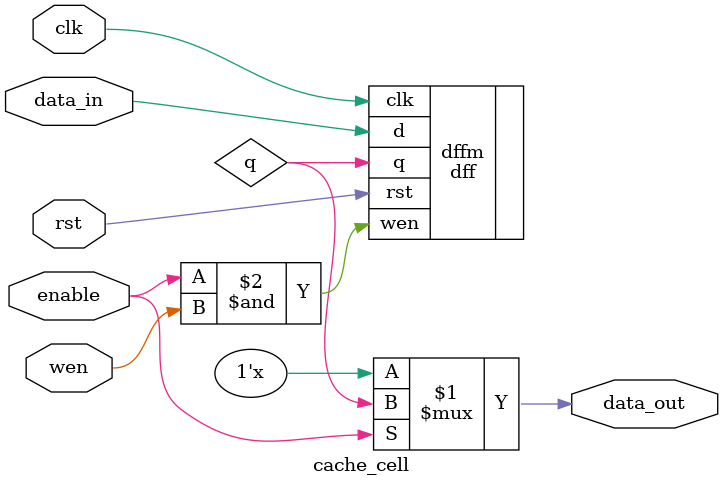
<source format=v>
module cache_cell (
    input  clk,
    input  rst,
    input  data_in,
    input  wen,
    input  enable,
    output data_out
);
  wire q;
  assign data_out = enable ? q : 1'bz;
  dff dffm (
      .q  (q),
      .d  (data_in),
      .wen(enable & wen),
      .clk(clk),
      .rst(rst)
  );
endmodule

</source>
